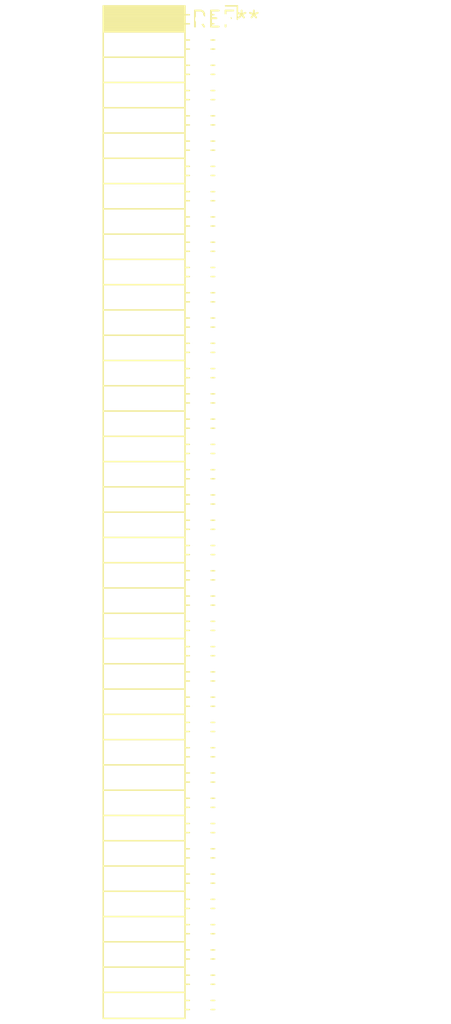
<source format=kicad_pcb>
(kicad_pcb (version 20240108) (generator pcbnew)
  (layers (0 "F.Cu" signal) (31 "B.Cu" signal) (34 "B.Paste" user) (35 "F.Paste" user) (36 "B.SilkS" user "B.Silkscreen") (37 "F.SilkS" user "F.Silkscreen") (38 "B.Mask" user) (39 "F.Mask" user) (44 "Edge.Cuts" user))
  (net 0 "")
  (footprint "PinSocket_2x40_P2.00mm_Horizontal" (layer "F.Cu") (at 0 0)
    (property "Reference" "REF**")
    (property "Value" "PinSocket_2x40_P2.00mm_Horizontal")
    (fp_line (start -9.68 -1.06) (end -9.68 79.06) (layer "F.SilkS") (stroke (width 0.12)))
    (fp_line (start -9.68 -1.06) (end -3.21 -1.06) (layer "F.SilkS") (stroke (width 0.12)))
    (fp_line (start -9.68 -0.94) (end -3.21 -0.94) (layer "F.SilkS") (stroke (width 0.12)))
    (fp_line (start -9.68 -0.825882) (end -3.21 -0.825882) (layer "F.SilkS") (stroke (width 0.12)))
    (fp_line (start -9.68 -0.711764) (end -3.21 -0.711764) (layer "F.SilkS") (stroke (width 0.12)))
    (fp_line (start -9.68 -0.597646) (end -3.21 -0.597646) (layer "F.SilkS") (stroke (width 0.12)))
    (fp_line (start -9.68 -0.483528) (end -3.21 -0.483528) (layer "F.SilkS") (stroke (width 0.12)))
    (fp_line (start -9.68 -0.36941) (end -3.21 -0.36941) (layer "F.SilkS") (stroke (width 0.12)))
    (fp_line (start -9.68 -0.255292) (end -3.21 -0.255292) (layer "F.SilkS") (stroke (width 0.12)))
    (fp_line (start -9.68 -0.141174) (end -3.21 -0.141174) (layer "F.SilkS") (stroke (width 0.12)))
    (fp_line (start -9.68 -0.027056) (end -3.21 -0.027056) (layer "F.SilkS") (stroke (width 0.12)))
    (fp_line (start -9.68 0.087062) (end -3.21 0.087062) (layer "F.SilkS") (stroke (width 0.12)))
    (fp_line (start -9.68 0.20118) (end -3.21 0.20118) (layer "F.SilkS") (stroke (width 0.12)))
    (fp_line (start -9.68 0.315298) (end -3.21 0.315298) (layer "F.SilkS") (stroke (width 0.12)))
    (fp_line (start -9.68 0.429416) (end -3.21 0.429416) (layer "F.SilkS") (stroke (width 0.12)))
    (fp_line (start -9.68 0.543534) (end -3.21 0.543534) (layer "F.SilkS") (stroke (width 0.12)))
    (fp_line (start -9.68 0.657652) (end -3.21 0.657652) (layer "F.SilkS") (stroke (width 0.12)))
    (fp_line (start -9.68 0.77177) (end -3.21 0.77177) (layer "F.SilkS") (stroke (width 0.12)))
    (fp_line (start -9.68 0.885888) (end -3.21 0.885888) (layer "F.SilkS") (stroke (width 0.12)))
    (fp_line (start -9.68 1) (end -3.21 1) (layer "F.SilkS") (stroke (width 0.12)))
    (fp_line (start -9.68 3) (end -3.21 3) (layer "F.SilkS") (stroke (width 0.12)))
    (fp_line (start -9.68 5) (end -3.21 5) (layer "F.SilkS") (stroke (width 0.12)))
    (fp_line (start -9.68 7) (end -3.21 7) (layer "F.SilkS") (stroke (width 0.12)))
    (fp_line (start -9.68 9) (end -3.21 9) (layer "F.SilkS") (stroke (width 0.12)))
    (fp_line (start -9.68 11) (end -3.21 11) (layer "F.SilkS") (stroke (width 0.12)))
    (fp_line (start -9.68 13) (end -3.21 13) (layer "F.SilkS") (stroke (width 0.12)))
    (fp_line (start -9.68 15) (end -3.21 15) (layer "F.SilkS") (stroke (width 0.12)))
    (fp_line (start -9.68 17) (end -3.21 17) (layer "F.SilkS") (stroke (width 0.12)))
    (fp_line (start -9.68 19) (end -3.21 19) (layer "F.SilkS") (stroke (width 0.12)))
    (fp_line (start -9.68 21) (end -3.21 21) (layer "F.SilkS") (stroke (width 0.12)))
    (fp_line (start -9.68 23) (end -3.21 23) (layer "F.SilkS") (stroke (width 0.12)))
    (fp_line (start -9.68 25) (end -3.21 25) (layer "F.SilkS") (stroke (width 0.12)))
    (fp_line (start -9.68 27) (end -3.21 27) (layer "F.SilkS") (stroke (width 0.12)))
    (fp_line (start -9.68 29) (end -3.21 29) (layer "F.SilkS") (stroke (width 0.12)))
    (fp_line (start -9.68 31) (end -3.21 31) (layer "F.SilkS") (stroke (width 0.12)))
    (fp_line (start -9.68 33) (end -3.21 33) (layer "F.SilkS") (stroke (width 0.12)))
    (fp_line (start -9.68 35) (end -3.21 35) (layer "F.SilkS") (stroke (width 0.12)))
    (fp_line (start -9.68 37) (end -3.21 37) (layer "F.SilkS") (stroke (width 0.12)))
    (fp_line (start -9.68 39) (end -3.21 39) (layer "F.SilkS") (stroke (width 0.12)))
    (fp_line (start -9.68 41) (end -3.21 41) (layer "F.SilkS") (stroke (width 0.12)))
    (fp_line (start -9.68 43) (end -3.21 43) (layer "F.SilkS") (stroke (width 0.12)))
    (fp_line (start -9.68 45) (end -3.21 45) (layer "F.SilkS") (stroke (width 0.12)))
    (fp_line (start -9.68 47) (end -3.21 47) (layer "F.SilkS") (stroke (width 0.12)))
    (fp_line (start -9.68 49) (end -3.21 49) (layer "F.SilkS") (stroke (width 0.12)))
    (fp_line (start -9.68 51) (end -3.21 51) (layer "F.SilkS") (stroke (width 0.12)))
    (fp_line (start -9.68 53) (end -3.21 53) (layer "F.SilkS") (stroke (width 0.12)))
    (fp_line (start -9.68 55) (end -3.21 55) (layer "F.SilkS") (stroke (width 0.12)))
    (fp_line (start -9.68 57) (end -3.21 57) (layer "F.SilkS") (stroke (width 0.12)))
    (fp_line (start -9.68 59) (end -3.21 59) (layer "F.SilkS") (stroke (width 0.12)))
    (fp_line (start -9.68 61) (end -3.21 61) (layer "F.SilkS") (stroke (width 0.12)))
    (fp_line (start -9.68 63) (end -3.21 63) (layer "F.SilkS") (stroke (width 0.12)))
    (fp_line (start -9.68 65) (end -3.21 65) (layer "F.SilkS") (stroke (width 0.12)))
    (fp_line (start -9.68 67) (end -3.21 67) (layer "F.SilkS") (stroke (width 0.12)))
    (fp_line (start -9.68 69) (end -3.21 69) (layer "F.SilkS") (stroke (width 0.12)))
    (fp_line (start -9.68 71) (end -3.21 71) (layer "F.SilkS") (stroke (width 0.12)))
    (fp_line (start -9.68 73) (end -3.21 73) (layer "F.SilkS") (stroke (width 0.12)))
    (fp_line (start -9.68 75) (end -3.21 75) (layer "F.SilkS") (stroke (width 0.12)))
    (fp_line (start -9.68 77) (end -3.21 77) (layer "F.SilkS") (stroke (width 0.12)))
    (fp_line (start -9.68 79.06) (end -3.21 79.06) (layer "F.SilkS") (stroke (width 0.12)))
    (fp_line (start -3.21 -1.06) (end -3.21 79.06) (layer "F.SilkS") (stroke (width 0.12)))
    (fp_line (start -3.21 -0.36) (end -2.862917 -0.36) (layer "F.SilkS") (stroke (width 0.12)))
    (fp_line (start -3.21 0.36) (end -2.862917 0.36) (layer "F.SilkS") (stroke (width 0.12)))
    (fp_line (start -3.21 1.64) (end -2.862917 1.64) (layer "F.SilkS") (stroke (width 0.12)))
    (fp_line (start -3.21 2.36) (end -2.862917 2.36) (layer "F.SilkS") (stroke (width 0.12)))
    (fp_line (start -3.21 3.64) (end -2.862917 3.64) (layer "F.SilkS") (stroke (width 0.12)))
    (fp_line (start -3.21 4.36) (end -2.862917 4.36) (layer "F.SilkS") (stroke (width 0.12)))
    (fp_line (start -3.21 5.64) (end -2.862917 5.64) (layer "F.SilkS") (stroke (width 0.12)))
    (fp_line (start -3.21 6.36) (end -2.862917 6.36) (layer "F.SilkS") (stroke (width 0.12)))
    (fp_line (start -3.21 7.64) (end -2.862917 7.64) (layer "F.SilkS") (stroke (width 0.12)))
    (fp_line (start -3.21 8.36) (end -2.862917 8.36) (layer "F.SilkS") (stroke (width 0.12)))
    (fp_line (start -3.21 9.64) (end -2.862917 9.64) (layer "F.SilkS") (stroke (width 0.12)))
    (fp_line (start -3.21 10.36) (end -2.862917 10.36) (layer "F.SilkS") (stroke (width 0.12)))
    (fp_line (start -3.21 11.64) (end -2.862917 11.64) (layer "F.SilkS") (stroke (width 0.12)))
    (fp_line (start -3.21 12.36) (end -2.862917 12.36) (layer "F.SilkS") (stroke (width 0.12)))
    (fp_line (start -3.21 13.64) (end -2.862917 13.64) (layer "F.SilkS") (stroke (width 0.12)))
    (fp_line (start -3.21 14.36) (end -2.862917 14.36) (layer "F.SilkS") (stroke (width 0.12)))
    (fp_line (start -3.21 15.64) (end -2.862917 15.64) (layer "F.SilkS") (stroke (width 0.12)))
    (fp_line (start -3.21 16.36) (end -2.862917 16.36) (layer "F.SilkS") (stroke (width 0.12)))
    (fp_line (start -3.21 17.64) (end -2.862917 17.64) (layer "F.SilkS") (stroke (width 0.12)))
    (fp_line (start -3.21 18.36) (end -2.862917 18.36) (layer "F.SilkS") (stroke (width 0.12)))
    (fp_line (start -3.21 19.64) (end -2.862917 19.64) (layer "F.SilkS") (stroke (width 0.12)))
    (fp_line (start -3.21 20.36) (end -2.862917 20.36) (layer "F.SilkS") (stroke (width 0.12)))
    (fp_line (start -3.21 21.64) (end -2.862917 21.64) (layer "F.SilkS") (stroke (width 0.12)))
    (fp_line (start -3.21 22.36) (end -2.862917 22.36) (layer "F.SilkS") (stroke (width 0.12)))
    (fp_line (start -3.21 23.64) (end -2.862917 23.64) (layer "F.SilkS") (stroke (width 0.12)))
    (fp_line (start -3.21 24.36) (end -2.862917 24.36) (layer "F.SilkS") (stroke (width 0.12)))
    (fp_line (start -3.21 25.64) (end -2.862917 25.64) (layer "F.SilkS") (stroke (width 0.12)))
    (fp_line (start -3.21 26.36) (end -2.862917 26.36) (layer "F.SilkS") (stroke (width 0.12)))
    (fp_line (start -3.21 27.64) (end -2.862917 27.64) (layer "F.SilkS") (stroke (width 0.12)))
    (fp_line (start -3.21 28.36) (end -2.862917 28.36) (layer "F.SilkS") (stroke (width 0.12)))
    (fp_line (start -3.21 29.64) (end -2.862917 29.64) (layer "F.SilkS") (stroke (width 0.12)))
    (fp_line (start -3.21 30.36) (end -2.862917 30.36) (layer "F.SilkS") (stroke (width 0.12)))
    (fp_line (start -3.21 31.64) (end -2.862917 31.64) (layer "F.SilkS") (stroke (width 0.12)))
    (fp_line (start -3.21 32.36) (end -2.862917 32.36) (layer "F.SilkS") (stroke (width 0.12)))
    (fp_line (start -3.21 33.64) (end -2.862917 33.64) (layer "F.SilkS") (stroke (width 0.12)))
    (fp_line (start -3.21 34.36) (end -2.862917 34.36) (layer "F.SilkS") (stroke (width 0.12)))
    (fp_line (start -3.21 35.64) (end -2.862917 35.64) (layer "F.SilkS") (stroke (width 0.12)))
    (fp_line (start -3.21 36.36) (end -2.862917 36.36) (layer "F.SilkS") (stroke (width 0.12)))
    (fp_line (start -3.21 37.64) (end -2.862917 37.64) (layer "F.SilkS") (stroke (width 0.12)))
    (fp_line (start -3.21 38.36) (end -2.862917 38.36) (layer "F.SilkS") (stroke (width 0.12)))
    (fp_line (start -3.21 39.64) (end -2.862917 39.64) (layer "F.SilkS") (stroke (width 0.12)))
    (fp_line (start -3.21 40.36) (end -2.862917 40.36) (layer "F.SilkS") (stroke (width 0.12)))
    (fp_line (start -3.21 41.64) (end -2.862917 41.64) (layer "F.SilkS") (stroke (width 0.12)))
    (fp_line (start -3.21 42.36) (end -2.862917 42.36) (layer "F.SilkS") (stroke (width 0.12)))
    (fp_line (start -3.21 43.64) (end -2.862917 43.64) (layer "F.SilkS") (stroke (width 0.12)))
    (fp_line (start -3.21 44.36) (end -2.862917 44.36) (layer "F.SilkS") (stroke (width 0.12)))
    (fp_line (start -3.21 45.64) (end -2.862917 45.64) (layer "F.SilkS") (stroke (width 0.12)))
    (fp_line (start -3.21 46.36) (end -2.862917 46.36) (layer "F.SilkS") (stroke (width 0.12)))
    (fp_line (start -3.21 47.64) (end -2.862917 47.64) (layer "F.SilkS") (stroke (width 0.12)))
    (fp_line (start -3.21 48.36) (end -2.862917 48.36) (layer "F.SilkS") (stroke (width 0.12)))
    (fp_line (start -3.21 49.64) (end -2.862917 49.64) (layer "F.SilkS") (stroke (width 0.12)))
    (fp_line (start -3.21 50.36) (end -2.862917 50.36) (layer "F.SilkS") (stroke (width 0.12)))
    (fp_line (start -3.21 51.64) (end -2.862917 51.64) (layer "F.SilkS") (stroke (width 0.12)))
    (fp_line (start -3.21 52.36) (end -2.862917 52.36) (layer "F.SilkS") (stroke (width 0.12)))
    (fp_line (start -3.21 53.64) (end -2.862917 53.64) (layer "F.SilkS") (stroke (width 0.12)))
    (fp_line (start -3.21 54.36) (end -2.862917 54.36) (layer "F.SilkS") (stroke (width 0.12)))
    (fp_line (start -3.21 55.64) (end -2.862917 55.64) (layer "F.SilkS") (stroke (width 0.12)))
    (fp_line (start -3.21 56.36) (end -2.862917 56.36) (layer "F.SilkS") (stroke (width 0.12)))
    (fp_line (start -3.21 57.64) (end -2.862917 57.64) (layer "F.SilkS") (stroke (width 0.12)))
    (fp_line (start -3.21 58.36) (end -2.862917 58.36) (layer "F.SilkS") (stroke (width 0.12)))
    (fp_line (start -3.21 59.64) (end -2.862917 59.64) (layer "F.SilkS") (stroke (width 0.12)))
    (fp_line (start -3.21 60.36) (end -2.862917 60.36) (layer "F.SilkS") (stroke (width 0.12)))
    (fp_line (start -3.21 61.64) (end -2.862917 61.64) (layer "F.SilkS") (stroke (width 0.12)))
    (fp_line (start -3.21 62.36) (end -2.862917 62.36) (layer "F.SilkS") (stroke (width 0.12)))
    (fp_line (start -3.21 63.64) (end -2.862917 63.64) (layer "F.SilkS") (stroke (width 0.12)))
    (fp_line (start -3.21 64.36) (end -2.862917 64.36) (layer "F.SilkS") (stroke (width 0.12)))
    (fp_line (start -3.21 65.64) (end -2.862917 65.64) (layer "F.SilkS") (stroke (width 0.12)))
    (fp_line (start -3.21 66.36) (end -2.862917 66.36) (layer "F.SilkS") (stroke (width 0.12)))
    (fp_line (start -3.21 67.64) (end -2.862917 67.64) (layer "F.SilkS") (stroke (width 0.12)))
    (fp_line (start -3.21 68.36) (end -2.862917 68.36) (layer "F.SilkS") (stroke (width 0.12)))
    (fp_line (start -3.21 69.64) (end -2.862917 69.64) (layer "F.SilkS") (stroke (width 0.12)))
    (fp_line (start -3.21 70.36) (end -2.862917 70.36) (layer "F.SilkS") (stroke (width 0.12)))
    (fp_line (start -3.21 71.64) (end -2.862917 71.64) (layer "F.SilkS") (stroke (width 0.12)))
    (fp_line (start -3.21 72.36) (end -2.862917 72.36) (layer "F.SilkS") (stroke (width 0.12)))
    (fp_line (start -3.21 73.64) (end -2.862917 73.64) (layer "F.SilkS") (stroke (width 0.12)))
    (fp_line (start -3.21 74.36) (end -2.862917 74.36) (layer "F.SilkS") (stroke (width 0.12)))
    (fp_line (start -3.21 75.64) (end -2.862917 75.64) (layer "F.SilkS") (stroke (width 0.12)))
    (fp_line (start -3.21 76.36) (end -2.862917 76.36) (layer "F.SilkS") (stroke (width 0.12)))
    (fp_line (start -3.21 77.64) (end -2.862917 77.64) (layer "F.SilkS") (stroke (width 0.12)))
    (fp_line (start -3.21 78.36) (end -2.862917 78.36) (layer "F.SilkS") (stroke (width 0.12)))
    (fp_line (start -1.137083 -0.36) (end -0.935 -0.36) (layer "F.SilkS") (stroke (width 0.12)))
    (fp_line (start -1.137083 0.36) (end -0.935 0.36) (layer "F.SilkS") (stroke (width 0.12)))
    (fp_line (start -1.137083 1.64) (end -0.862917 1.64) (layer "F.SilkS") (stroke (width 0.12)))
    (fp_line (start -1.137083 2.36) (end -0.862917 2.36) (layer "F.SilkS") (stroke (width 0.12)))
    (fp_line (start -1.137083 3.64) (end -0.862917 3.64) (layer "F.SilkS") (stroke (width 0.12)))
    (fp_line (start -1.137083 4.36) (end -0.862917 4.36) (layer "F.SilkS") (stroke (width 0.12)))
    (fp_line (start -1.137083 5.64) (end -0.862917 5.64) (layer "F.SilkS") (stroke (width 0.12)))
    (fp_line (start -1.137083 6.36) (end -0.862917 6.36) (layer "F.SilkS") (stroke (width 0.12)))
    (fp_line (start -1.137083 7.64) (end -0.862917 7.64) (layer "F.SilkS") (stroke (width 0.12)))
    (fp_line (start -1.137083 8.36) (end -0.862917 8.36) (layer "F.SilkS") (stroke (width 0.12)))
    (fp_line (start -1.137083 9.64) (end -0.862917 9.64) (layer "F.SilkS") (stroke (width 0.12)))
    (fp_line (start -1.137083 10.36) (end -0.862917 10.36) (layer "F.SilkS") (stroke (width 0.12)))
    (fp_line (start -1.137083 11.64) (end -0.862917 11.64) (layer "F.SilkS") (stroke (width 0.12)))
    (fp_line (start -1.137083 12.36) (end -0.862917 12.36) (layer "F.SilkS") (stroke (width 0.12)))
    (fp_line (start -1.137083 13.64) (end -0.862917 13.64) (layer "F.SilkS") (stroke (width 0.12)))
    (fp_line (start -1.137083 14.36) (end -0.862917 14.36) (layer "F.SilkS") (stroke (width 0.12)))
    (fp_line (start -1.137083 15.64) (end -0.862917 15.64) (layer "F.SilkS") (stroke (width 0.12)))
    (fp_line (start -1.137083 16.36) (end -0.862917 16.36) (layer "F.SilkS") (stroke (width 0.12)))
    (fp_line (start -1.137083 17.64) (end -0.862917 17.64) (layer "F.SilkS") (stroke (width 0.12)))
    (fp_line (start -1.137083 18.36) (end -0.862917 18.36) (layer "F.SilkS") (stroke (width 0.12)))
    (fp_line (start -1.137083 19.64) (end -0.862917 19.64) (layer "F.SilkS") (stroke (width 0.12)))
    (fp_line (start -1.137083 20.36) (end -0.862917 20.36) (layer "F.SilkS") (stroke (width 0.12)))
    (fp_line (start -1.137083 21.64) (end -0.862917 21.64) (layer "F.SilkS") (stroke (width 0.12)))
    (fp_line (start -1.137083 22.36) (end -0.862917 22.36) (layer "F.SilkS") (stroke (width 0.12)))
    (fp_line (start -1.137083 23.64) (end -0.862917 23.64) (layer "F.SilkS") (stroke (width 0.12)))
    (fp_line (start -1.137083 24.36) (end -0.862917 24.36) (layer "F.SilkS") (stroke (width 0.12)))
    (fp_line (start -1.137083 25.64) (end -0.862917 25.64) (layer "F.SilkS") (stroke (width 0.12)))
    (fp_line (start -1.137083 26.36) (end -0.862917 26.36) (layer "F.SilkS") (stroke (width 0.12)))
    (fp_line (start -1.137083 27.64) (end -0.862917 27.64) (layer "F.SilkS") (stroke (width 0.12)))
    (fp_line (start -1.137083 28.36) (end -0.862917 28.36) (layer "F.SilkS") (stroke (width 0.12)))
    (fp_line (start -1.137083 29.64) (end -0.862917 29.64) (layer "F.SilkS") (stroke (width 0.12)))
    (fp_line (start -1.137083 30.36) (end -0.862917 30.36) (layer "F.SilkS") (stroke (width 0.12)))
    (fp_line (start -1.137083 31.64) (end -0.862917 31.64) (layer "F.SilkS") (stroke (width 0.12)))
    (fp_line (start -1.137083 32.36) (end -0.862917 32.36) (layer "F.SilkS") (stroke (width 0.12)))
    (fp_line (start -1.137083 33.64) (end -0.862917 33.64) (layer "F.SilkS") (stroke (width 0.12)))
    (fp_line (start -1.137083 34.36) (end -0.862917 34.36) (layer "F.SilkS") (stroke (width 0.12)))
    (fp_line (start -1.137083 35.64) (end -0.862917 35.64) (layer "F.SilkS") (stroke (width 0.12)))
    (fp_line (start -1.137083 36.36) (end -0.862917 36.36) (layer "F.SilkS") (stroke (width 0.12)))
    (fp_line (start -1.137083 37.64) (end -0.862917 37.64) (layer "F.SilkS") (stroke (width 0.12)))
    (fp_line (start -1.137083 38.36) (end -0.862917 38.36) (layer "F.SilkS") (stroke (width 0.12)))
    (fp_line (start -1.137083 39.64) (end -0.862917 39.64) (layer "F.SilkS") (stroke (width 0.12)))
    (fp_line (start -1.137083 40.36) (end -0.862917 40.36) (layer "F.SilkS") (stroke (width 0.12)))
    (fp_line (start -1.137083 41.64) (end -0.862917 41.64) (layer "F.SilkS") (stroke (width 0.12)))
    (fp_line (start -1.137083 42.36) (end -0.862917 42.36) (layer "F.SilkS") (stroke (width 0.12)))
    (fp_line (start -1.137083 43.64) (end -0.862917 43.64) (layer "F.SilkS") (stroke (width 0.12)))
    (fp_line (start -1.137083 44.36) (end -0.862917 44.36) (layer "F.SilkS") (stroke (width 0.12)))
    (fp_line (start -1.137083 45.64) (end -0.862917 45.64) (layer "F.SilkS") (stroke (width 0.12)))
    (fp_line (start -1.137083 46.36) (end -0.862917 46.36) (layer "F.SilkS") (stroke (width 0.12)))
    (fp_line (start -1.137083 47.64) (end -0.862917 47.64) (layer "F.SilkS") (stroke (width 0.12)))
    (fp_line (start -1.137083 48.36) (end -0.862917 48.36) (layer "F.SilkS") (stroke (width 0.12)))
    (fp_line (start -1.137083 49.64) (end -0.862917 49.64) (layer "F.SilkS") (stroke (width 0.12)))
    (fp_line (start -1.137083 50.36) (end -0.862917 50.36) (layer "F.SilkS") (stroke (width 0.12)))
    (fp_line (start -1.137083 51.64) (end -0.862917 51.64) (layer "F.SilkS") (stroke (width 0.12)))
    (fp_line (start -1.137083 52.36) (end -0.862917 52.36) (layer "F.SilkS") (stroke (width 0.12)))
    (fp_line (start -1.137083 53.64) (end -0.862917 53.64) (layer "F.SilkS") (stroke (width 0.12)))
    (fp_line (start -1.137083 54.36) (end -0.862917 54.36) (layer "F.SilkS") (stroke (width 0.12)))
    (fp_line (start -1.137083 55.64) (end -0.862917 55.64) (layer "F.SilkS") (stroke (width 0.12)))
    (fp_line (start -1.137083 56.36) (end -0.862917 56.36) (layer "F.SilkS") (stroke (width 0.12)))
    (fp_line (start -1.137083 57.64) (end -0.862917 57.64) (layer "F.SilkS") (stroke (width 0.12)))
    (fp_line (start -1.137083 58.36) (end -0.862917 58.36) (layer "F.SilkS") (stroke (width 0.12)))
    (fp_line (start -1.137083 59.64) (end -0.862917 59.64) (layer "F.SilkS") (stroke (width 0.12)))
    (fp_line (start -1.137083 60.36) (end -0.862917 60.36) (layer "F.SilkS") (stroke (width 0.12)))
    (fp_line (start -1.137083 61.64) (end -0.862917 61.64) (layer "F.SilkS") (stroke (width 0.12)))
    (fp_line (start -1.137083 62.36) (end -0.862917 62.36) (layer "F.SilkS") (stroke (width 0.12)))
    (fp_line (start -1.137083 63.64) (end -0.862917 63.64) (layer "F.SilkS") (stroke (width 0.12)))
    (fp_line (start -1.137083 64.36) (end -0.862917 64.36) (layer "F.SilkS") (stroke (width 0.12)))
    (fp_line (start -1.137083 65.64) (end -0.862917 65.64) (layer "F.SilkS") (stroke (width 0.12)))
    (fp_line (start -1.137083 66.36) (end -0.862917 66.36) (layer "F.SilkS") (stroke (width 0.12)))
    (fp_line (start -1.137083 67.64) (end -0.862917 67.64) (layer "F.SilkS") (stroke (width 0.12)))
    (fp_line (start -1.137083 68.36) (end -0.862917 68.36) (layer "F.SilkS") (stroke (width 0.12)))
    (fp_line (start -1.137083 69.64) (end -0.862917 69.64) (layer "F.SilkS") (stroke (width 0.12)))
    (fp_line (start -1.137083 70.36) (end -0.862917 70.36) (layer "F.SilkS") (stroke (width 0.12)))
    (fp_line (start -1.137083 71.64) (end -0.862917 71.64) (layer "F.SilkS") (stroke (width 0.12)))
    (fp_line (start -1.137083 72.36) (end -0.862917 72.36) (layer "F.SilkS") (stroke (width 0.12)))
    (fp_line (start -1.137083 73.64) (end -0.862917 73.64) (layer "F.SilkS") (stroke (width 0.12)))
    (fp_line (start -1.137083 74.36) (end -0.862917 74.36) (layer "F.SilkS") (stroke (width 0.12)))
    (fp_line (start -1.137083 75.64) (end -0.862917 75.64) (layer "F.SilkS") (stroke (width 0.12)))
    (fp_line (start -1.137083 76.36) (end -0.862917 76.36) (layer "F.SilkS") (stroke (width 0.12)))
    (fp_line (start -1.137083 77.64) (end -0.862917 77.64) (layer "F.SilkS") (stroke (width 0.12)))
    (fp_line (start -1.137083 78.36) (end -0.862917 78.36) (layer "F.SilkS") (stroke (width 0.12)))
    (fp_line (start 0 -1.06) (end 0.935 -1.06) (layer "F.SilkS") (stroke (width 0.12)))
    (fp_line (start 0.935 -1.06) (end 0.935 0) (layer "F.SilkS") (stroke (width 0.12)))
    (pad "1" thru_hole rect (at 0 0) (size 1.35 1.35) (drill 0.8) (layers *.Cu *.Mask) (remove_unused_layers))
    (pad "2" thru_hole oval (at -2 0) (size 1.35 1.35) (drill 0.8) (layers *.Cu *.Mask) (remove_unused_layers))
    (pad "3" thru_hole oval (at 0 2) (size 1.35 1.35) (drill 0.8) (layers *.Cu *.Mask) (remove_unused_layers))
    (pad "4" thru_hole oval (at -2 2) (size 1.35 1.35) (drill 0.8) (layers *.Cu *.Mask) (remove_unused_layers))
    (pad "5" thru_hole oval (at 0 4) (size 1.35 1.35) (drill 0.8) (layers *.Cu *.Mask) (remove_unused_layers))
    (pad "6" thru_hole oval (at -2 4) (size 1.35 1.35) (drill 0.8) (layers *.Cu *.Mask) (remove_unused_layers))
    (pad "7" thru_hole oval (at 0 6) (size 1.35 1.35) (drill 0.8) (layers *.Cu *.Mask) (remove_unused_layers))
    (pad "8" thru_hole oval (at -2 6) (size 1.35 1.35) (drill 0.8) (layers *.Cu *.Mask) (remove_unused_layers))
    (pad "9" thru_hole oval (at 0 8) (size 1.35 1.35) (drill 0.8) (layers *.Cu *.Mask) (remove_unused_layers))
    (pad "10" thru_hole oval (at -2 8) (size 1.35 1.35) (drill 0.8) (layers *.Cu *.Mask) (remove_unused_layers))
    (pad "11" thru_hole oval (at 0 10) (size 1.35 1.35) (drill 0.8) (layers *.Cu *.Mask) (remove_unused_layers))
    (pad "12" thru_hole oval (at -2 10) (size 1.35 1.35) (drill 0.8) (layers *.Cu *.Mask) (remove_unused_layers))
    (pad "13" thru_hole oval (at 0 12) (size 1.35 1.35) (drill 0.8) (layers *.Cu *.Mask) (remove_unused_layers))
    (pad "14" thru_hole oval (at -2 12) (size 1.35 1.35) (drill 0.8) (layers *.Cu *.Mask) (remove_unused_layers))
    (pad "15" thru_hole oval (at 0 14) (size 1.35 1.35) (drill 0.8) (layers *.Cu *.Mask) (remove_unused_layers))
    (pad "16" thru_hole oval (at -2 14) (size 1.35 1.35) (drill 0.8) (layers *.Cu *.Mask) (remove_unused_layers))
    (pad "17" thru_hole oval (at 0 16) (size 1.35 1.35) (drill 0.8) (layers *.Cu *.Mask) (remove_unused_layers))
    (pad "18" thru_hole oval (at -2 16) (size 1.35 1.35) (drill 0.8) (layers *.Cu *.Mask) (remove_unused_layers))
    (pad "19" thru_hole oval (at 0 18) (size 1.35 1.35) (drill 0.8) (layers *.Cu *.Mask) (remove_unused_layers))
    (pad "20" thru_hole oval (at -2 18) (size 1.35 1.35) (drill 0.8) (layers *.Cu *.Mask) (remove_unused_layers))
    (pad "21" thru_hole oval (at 0 20) (size 1.35 1.35) (drill 0.8) (layers *.Cu *.Mask) (remove_unused_layers))
    (pad "22" thru_hole oval (at -2 20) (size 1.35 1.35) (drill 0.8) (layers *.Cu *.Mask) (remove_unused_layers))
    (pad "23" thru_hole oval (at 0 22) (size 1.35 1.35) (drill 0.8) (layers *.Cu *.Mask) (remove_unused_layers))
    (pad "24" thru_hole oval (at -2 22) (size 1.35 1.35) (drill 0.8) (layers *.Cu *.Mask) (remove_unused_layers))
    (pad "25" thru_hole oval (at 0 24) (size 1.35 1.35) (drill 0.8) (layers *.Cu *.Mask) (remove_unused_layers))
    (pad "26" thru_hole oval (at -2 24) (size 1.35 1.35) (drill 0.8) (layers *.Cu *.Mask) (remove_unused_layers))
    (pad "27" thru_hole oval (at 0 26) (size 1.35 1.35) (drill 0.8) (layers *.Cu *.Mask) (remove_unused_layers))
    (pad "28" thru_hole oval (at -2 26) (size 1.35 1.35) (drill 0.8) (layers *.Cu *.Mask) (remove_unused_layers))
    (pad "29" thru_hole oval (at 0 28) (size 1.35 1.35) (drill 0.8) (layers *.Cu *.Mask) (remove_unused_layers))
    (pad "30" thru_hole oval (at -2 28) (size 1.35 1.35) (drill 0.8) (layers *.Cu *.Mask) (remove_unused_layers))
    (pad "31" thru_hole oval (at 0 30) (size 1.35 1.35) (drill 0.8) (layers *.Cu *.Mask) (remove_unused_layers))
    (pad "32" thru_hole oval (at -2 30) (size 1.35 1.35) (drill 0.8) (layers *.Cu *.Mask) (remove_unused_layers))
    (pad "33" thru_hole oval (at 0 32) (size 1.35 1.35) (drill 0.8) (layers *.Cu *.Mask) (remove_unused_layers))
    (pad "34" thru_hole oval (at -2 32) (size 1.35 1.35) (drill 0.8) (layers *.Cu *.Mask) (remove_unused_layers))
    (pad "35" thru_hole oval (at 0 34) (size 1.35 1.35) (drill 0.8) (layers *.Cu *.Mask) (remove_unused_layers))
    (pad "36" thru_hole oval (at -2 34) (size 1.35 1.35) (drill 0.8) (layers *.Cu *.Mask) (remove_unused_layers))
    (pad "37" thru_hole oval (at 0 36) (size 1.35 1.35) (drill 0.8) (layers *.Cu *.Mask) (remove_unused_layers))
    (pad "38" thru_hole oval (at -2 36) (size 1.35 1.35) (drill 0.8) (layers *.Cu *.Mask) (remove_unused_layers))
    (pad "39" thru_hole oval (at 0 38) (size 1.35 1.35) (drill 0.8) (layers *.Cu *.Mask) (remove_unused_layers))
    (pad "40" thru_hole oval (at -2 38) (size 1.35 1.35) (drill 0.8) (layers *.Cu *.Mask) (remove_unused_layers))
    (pad "41" thru_hole oval (at 0 40) (size 1.35 1.35) (drill 0.8) (layers *.Cu *.Mask) (remove_unused_layers))
    (pad "42" thru_hole oval (at -2 40) (size 1.35 1.35) (drill 0.8) (layers *.Cu *.Mask) (remove_unused_layers))
    (pad "43" thru_hole oval (at 0 42) (size 1.35 1.35) (drill 0.8) (layers *.Cu *.Mask) (remove_unused_layers))
    (pad "44" thru_hole oval (at -2 42) (size 1.35 1.35) (drill 0.8) (layers *.Cu *.Mask) (remove_unused_layers))
    (pad "45" thru_hole oval (at 0 44) (size 1.35 1.35) (drill 0.8) (layers *.Cu *.Mask) (remove_unused_layers))
    (pad "46" thru_hole oval (at -2 44) (size 1.35 1.35) (drill 0.8) (layers *.Cu *.Mask) (remove_unused_layers))
    (pad "47" thru_hole oval (at 0 46) (size 1.35 1.35) (drill 0.8) (layers *.Cu *.Mask) (remove_unused_layers))
    (pad "48" thru_hole oval (at -2 46) (size 1.35 1.35) (drill 0.8) (layers *.Cu *.Mask) (remove_unused_layers))
    (pad "49" thru_hole oval (at 0 48) (size 1.35 1.35) (drill 0.8) (layers *.Cu *.Mask) (remove_unused_layers))
    (pad "50" thru_hole oval (at -2 48) (size 1.35 1.35) (drill 0.8) (layers *.Cu *.Mask) (remove_unused_layers))
    (pad "51" thru_hole oval (at 0 50) (size 1.35 1.35) (drill 0.8) (layers *.Cu *.Mask) (remove_unused_layers))
    (pad "52" thru_hole oval (at -2 50) (size 1.35 1.35) (drill 0.8) (layers *.Cu *.Mask) (remove_unused_layers))
    (pad "53" thru_hole oval (at 0 52) (size 1.35 1.35) (drill 0.8) (layers *.Cu *.Mask) (remove_unused_layers))
    (pad "54" thru_hole oval (at -2 52) (size 1.35 1.35) (drill 0.8) (layers *.Cu *.Mask) (remove_unused_layers))
    (pad "55" thru_hole oval (at 0 54) (size 1.35 1.35) (drill 0.8) (layers *.Cu *.Mask) (remove_unused_layers))
    (pad "56" thru_hole oval (at -2 54) (size 1.35 1.35) (drill 0.8) (layers *.Cu *.Mask) (remove_unused_layers))
    (pad "57" thru_hole oval (at 0 56) (size 1.35 1.35) (drill 0.8) (layers *.Cu *.Mask) (remove_unused_layers))
    (pad "58" thru_hole oval (at -2 56) (size 1.35 1.35) (drill 0.8) (layers *.Cu *.Mask) (remove_unused_layers))
    (pad "59" thru_hole oval (at 0 58) (size 1.35 1.35) (drill 0.8) (layers *.Cu *.Mask) (remove_unused_layers))
    (pad "60" thru_hole oval (at -2 58) (size 1.35 1.35) (drill 0.8) (layers *.Cu *.Mask) (remove_unused_layers))
    (pad "61" thru_hole oval (at 0 60) (size 1.35 1.35) (drill 0.8) (layers *.Cu *.Mask) (remove_unused_layers))
    (pad "62" thru_hole oval (at -2 60) (size 1.35 1.35) (drill 0.8) (layers *.Cu *.Mask) (remove_unused_layers))
    (pad "63" thru_hole oval (at 0 62) (size 1.35 1.35) (drill 0.8) (layers *.Cu *.Mask) (remove_unused_layers))
    (pad "64" thru_hole oval (at -2 62) (size 1.35 1.35) (drill 0.8) (layers *.Cu *.Mask) (remove_unused_layers))
    (pad "65" thru_hole oval (at 0 64) (size 1.35 1.35) (drill 0.8) (layers *.Cu *.Mask) (remove_unused_layers))
    (pad "66" thru_hole oval (at -2 64) (size 1.35 1.35) (drill 0.8) (layers *.Cu *.Mask) (remove_unused_layers))
    (pad "67" thru_hole oval (at 0 66) (size 1.35 1.35) (drill 0.8) (layers *.Cu *.Mask) (remove_unused_layers))
    (pad "68" thru_hole oval (at -2 66) (size 1.35 1.35) (drill 0.8) (layers *.Cu *.Mask) (remove_unused_layers))
    (pad "69" thru_hole oval (at 0 68) (size 1.35 1.35) (drill 0.8) (layers *.Cu *.Mask) (remove_unused_layers))
    (pad "70" thru_hole oval (at -2 68) (size 1.35 1.35) (drill 0.8) (layers *.Cu *.Mask) (remove_unused_layers))
    (pad "71" thru_hole oval (at 0 70) (size 1.35 1.35) (drill 0.8) (layers *.Cu *.Mask) (remove_unused_layers))
    (pad "72" thru_hole oval (at -2 70) (size 1.35 1.35) (drill 0.8) (layers *.Cu *.Mask) (remove_unused_layers))
    (pad "73" thru_hole oval (at 0 72) (size 1.35 1.35) (drill 0.8) (layers *.Cu *.Mask) (remove_unused_layers))
    (pad "74" thru_hole oval (at -2 72) (size 1.35 1.35) (drill 0.8) (layers *.Cu *.Mask) (remove_unused_layers))
    (pad "75" thru_hole oval (at 0 74) (size 1.35 1.35) (drill 0.8) (layers *.Cu *.Mask) (remove_unused_layers))
    (pad "76" thru_hole oval (at -2 74) (size 1.35 1.35) (drill 0.8) (layers *.Cu *.Mask) (remove_unused_layers))
    (pad "77" thru_hole oval (at 0 76) (size 1.35 1.35) (drill 0.8) (layers *.Cu *.Mask) (remove_unused_layers))
    (pad "78" thru_hole oval (at -2 76) (size 1.35 1.35) (drill 0.8) (layers *.Cu *.Mask) (remove_unused_layers))
    (pad "79" thru_hole oval (at 0 78) (size 1.35 1.35) (drill 0.8) (layers *.Cu *.Mask) (remove_unused_layers))
    (pad "80" thru_hole oval (at -2 78) (size 1.35 1.35) (drill 0.8) (layers *.Cu *.Mask) (remove_unused_layers))
  )
)
</source>
